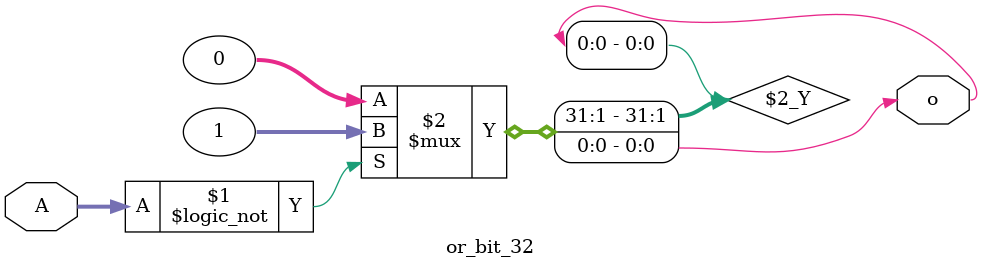
<source format=v>
`timescale 1ns / 1ps
module  or_bit_32(input [31:0] A,
						output o
					  );
					  
	assign o = (A==0)?1:0;	//32Î»Êý¡°Î»»ò¡±Êä³ö£¨32Î»Êý=0£¬Êä³öo=1£©

endmodule

</source>
